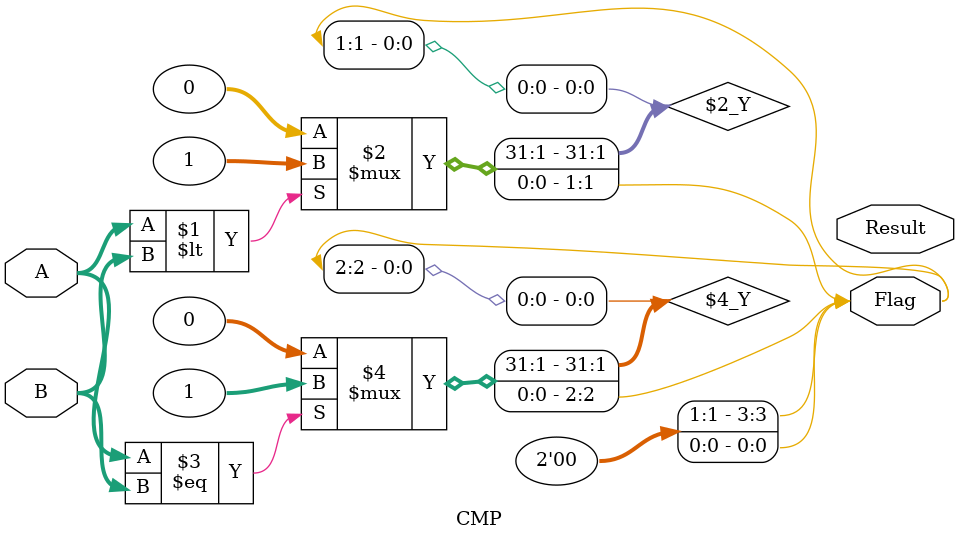
<source format=v>
module CMP(A, B, Result, Flag); //[N, Z, C, V}]
input [31:0] A;
input [31:0] B;
output [31:0] Result;
output [3:0] Flag;
wire Carry;
//assign Flag[2]= A>B?0:0;
assign Flag[1]= A<B?1:0;
assign Flag[2]= (A==B)?1:0;
assign Flag[3]=0;
assign Flag[0]=0;
endmodule

</source>
